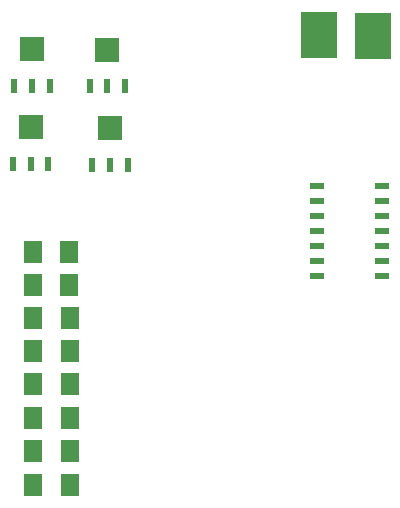
<source format=gbp>
G04 MADE WITH FRITZING*
G04 WWW.FRITZING.ORG*
G04 DOUBLE SIDED*
G04 HOLES PLATED*
G04 CONTOUR ON CENTER OF CONTOUR VECTOR*
%ASAXBY*%
%FSLAX23Y23*%
%MOIN*%
%OFA0B0*%
%SFA1.0B1.0*%
%ADD10R,0.120998X0.156479*%
%ADD11R,0.047244X0.019685*%
%ADD12R,0.022835X0.047244*%
%ADD13R,0.078740X0.078740*%
%ADD14R,0.062992X0.074803*%
%LNPASTEMASK0*%
G90*
G70*
G54D10*
X1282Y1631D03*
X1462Y1628D03*
G54D11*
X1493Y1127D03*
X1493Y1077D03*
X1493Y1027D03*
X1493Y977D03*
X1493Y927D03*
X1493Y877D03*
X1493Y827D03*
X1276Y827D03*
X1276Y877D03*
X1276Y927D03*
X1276Y977D03*
X1276Y1027D03*
X1276Y1077D03*
X1276Y1127D03*
G54D12*
X386Y1461D03*
X326Y1461D03*
X267Y1461D03*
G54D13*
X326Y1583D03*
G54D12*
X381Y1201D03*
X322Y1201D03*
X263Y1201D03*
G54D13*
X322Y1323D03*
G54D12*
X645Y1199D03*
X586Y1199D03*
X527Y1199D03*
G54D13*
X586Y1322D03*
G54D12*
X637Y1460D03*
X578Y1460D03*
X519Y1460D03*
G54D13*
X578Y1582D03*
G54D14*
X329Y908D03*
X451Y908D03*
X329Y796D03*
X451Y796D03*
X330Y132D03*
X452Y132D03*
X330Y243D03*
X452Y243D03*
X331Y354D03*
X453Y354D03*
X331Y466D03*
X453Y466D03*
X330Y576D03*
X452Y576D03*
X330Y687D03*
X452Y687D03*
G04 End of PasteMask0*
M02*
</source>
